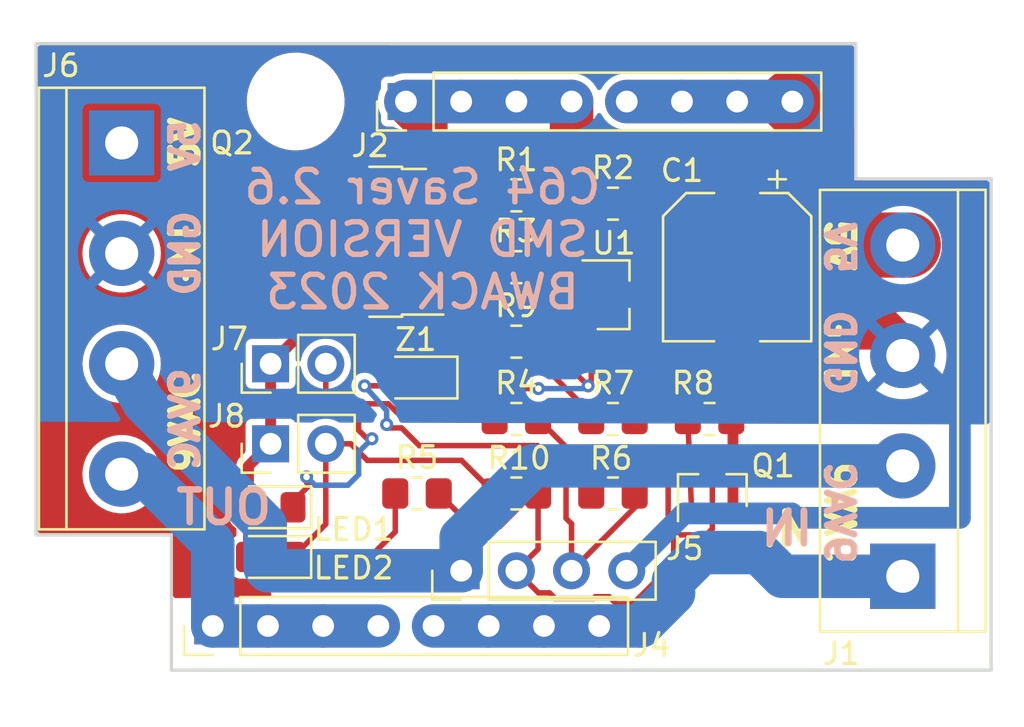
<source format=kicad_pcb>
(kicad_pcb (version 20221018) (generator pcbnew)
  (title_block (title "C64 Saver 2 SMD") (date "2023-03-26") (rev "2.6"))
  (layers (0 "F.Cu" signal) (31 "B.Cu" signal) (34 "B.Paste" user) (35 "F.Paste" user) (36 "B.SilkS" user "B.Silkscreen") (37 "F.SilkS" user "F.Silkscreen") (38 "B.Mask" user) (39 "F.Mask" user) (44 "Edge.Cuts" user))
  (net 0 "")
  (net 1 "/VCC1-")
  (net 2 "GND")
  (net 3 "PGATE")
  (net 4 "/VCC1+")
  (net 5 "OVERVOLTAGE")
  (net 6 "/5V_SAFE")
  (net 7 "/NGATE")
  (net 8 "/SENSE")
  (net 9 "/9VAC1")
  (net 10 "/9VAC2")
  (net 11 "/9VAC1'")
  (net 12 "Net-(J7-Pin_2)")
  (net 13 "Net-(J8-Pin_2)")
  (net 14 "Net-(U1-K)")
  (footprint "Connectors_Terminal_Blocks:TerminalBlock_bornier-4_P5.08mm" (layer "F.Cu") (at 144.399 88.265 -90)
    (fp_text reference "J6" (at -3.556 2.794) (layer "F.SilkS"))
    (fp_text value "Conn_01x04")
    (fp_line (start -2.54 -3.81) (end -2.54 3.81) (stroke (width 0.12)) (layer "F.SilkS"))
    (fp_line (start -2.54 -3.81) (end 17.78 -3.81) (stroke (width 0.12)) (layer "F.SilkS"))
    (fp_line (start -2.54 3.81) (end 17.78 3.81) (stroke (width 0.12)) (layer "F.SilkS"))
    (fp_line (start 17.78 2.54) (end -2.54 2.54) (stroke (width 0.12)) (layer "F.SilkS"))
    (fp_line (start 17.78 3.81) (end 17.78 -3.81) (stroke (width 0.12)) (layer "F.SilkS"))
    (pad "1" thru_hole rect (at 0 0 270) (size 3 3) (drill 1.52) (layers "*.Cu" "*.Mask") (net 6 "/5V_SAFE"))
    (pad "2" thru_hole circle (at 5.08 0 270) (size 3 3) (drill 1.52) (layers "*.Cu" "*.Mask") (net 2 "GND"))
    (pad "3" thru_hole circle (at 10.16 0 270) (size 3 3) (drill 1.52) (layers "*.Cu" "*.Mask") (net 10 "/9VAC2"))
    (pad "4" thru_hole circle (at 15.24 0 270) (size 3 3) (drill 1.52) (layers "*.Cu" "*.Mask") (net 11 "/9VAC1'"))
  )
  (footprint "Connectors_Terminal_Blocks:TerminalBlock_bornier-4_P5.08mm" (layer "F.Cu") (at 180.34 108.204 90)
    (fp_text reference "J1" (at -3.556 -2.82194 180) (layer "F.SilkS"))
    (fp_text value "Conn_01x04")
    (fp_line (start -2.54 -3.81) (end -2.54 3.81) (stroke (width 0.12)) (layer "F.SilkS"))
    (fp_line (start -2.54 -3.81) (end 17.78 -3.81) (stroke (width 0.12)) (layer "F.SilkS"))
    (fp_line (start -2.54 3.81) (end 17.78 3.81) (stroke (width 0.12)) (layer "F.SilkS"))
    (fp_line (start 17.78 2.54) (end -2.54 2.54) (stroke (width 0.12)) (layer "F.SilkS"))
    (fp_line (start 17.78 3.81) (end 17.78 -3.81) (stroke (width 0.12)) (layer "F.SilkS"))
    (pad "1" thru_hole rect (at 0 0 90) (size 3 3) (drill 1.52) (layers "*.Cu" "*.Mask") (net 9 "/9VAC1"))
    (pad "2" thru_hole circle (at 5.08 0 90) (size 3 3) (drill 1.52) (layers "*.Cu" "*.Mask") (net 10 "/9VAC2"))
    (pad "3" thru_hole circle (at 10.16 0 90) (size 3 3) (drill 1.52) (layers "*.Cu" "*.Mask") (net 2 "GND"))
    (pad "4" thru_hole circle (at 15.24 0 90) (size 3 3) (drill 1.52) (layers "*.Cu" "*.Mask") (net 4 "/VCC1+"))
  )
  (footprint "Capacitor_SMD:CP_Elec_6.3x5.4" (layer "F.Cu") (at 172.72 93.98 -90)
    (fp_text reference "C1" (at -4.445 2.54 -180) (layer "F.SilkS"))
    (fp_text value "47uF")
    (fp_line (start -4.4375 -1.8475) (end -3.65 -1.8475) (stroke (width 0.12)) (layer "F.SilkS"))
    (fp_line (start -4.04375 -2.24125) (end -4.04375 -1.45375) (stroke (width 0.12)) (layer "F.SilkS"))
    (fp_line (start -3.41 -2.345563) (end -3.41 -1.06) (stroke (width 0.12)) (layer "F.SilkS"))
    (fp_line (start -3.41 -2.345563) (end -2.345563 -3.41) (stroke (width 0.12)) (layer "F.SilkS"))
    (fp_line (start -3.41 2.345563) (end -3.41 1.06) (stroke (width 0.12)) (layer "F.SilkS"))
    (fp_line (start -3.41 2.345563) (end -2.345563 3.41) (stroke (width 0.12)) (layer "F.SilkS"))
    (fp_line (start -2.345563 -3.41) (end 3.41 -3.41) (stroke (width 0.12)) (layer "F.SilkS"))
    (fp_line (start -2.345563 3.41) (end 3.41 3.41) (stroke (width 0.12)) (layer "F.SilkS"))
    (fp_line (start 3.41 -3.41) (end 3.41 -1.06) (stroke (width 0.12)) (layer "F.SilkS"))
    (fp_line (start 3.41 3.41) (end 3.41 1.06) (stroke (width 0.12)) (layer "F.SilkS"))
    (pad "1" smd roundrect (at -2.8 0 270) (size 3.5 1.6) (layers "F.Cu" "F.Paste" "F.Mask") (roundrect_rratio 0.15625) (net 1 "/VCC1-"))
    (pad "2" smd roundrect (at 2.8 0 270) (size 3.5 1.6) (layers "F.Cu" "F.Paste" "F.Mask") (roundrect_rratio 0.15625) (net 2 "GND"))
  )
  (footprint "TO_SOT_Packages_SMD:ATPAK-2" (layer "F.Cu") (at 154.0476 92.8116 180)
    (fp_text reference "Q2" (at 4.572 4.5466) (layer "F.SilkS"))
    (fp_text value "IRFR5305")
    (fp_line (start -3.25 -3.45) (end -3.25 -3.35) (stroke (width 0.12)) (layer "F.SilkS"))
    (fp_line (start -3.25 -3.35) (end -5.15 -3.35) (stroke (width 0.12)) (layer "F.SilkS"))
    (fp_line (start -3.25 3.35) (end -4.35 3.35) (stroke (width 0.12)) (layer "F.SilkS"))
    (fp_line (start -3.25 3.45) (end -3.25 3.35) (stroke (width 0.12)) (layer "F.SilkS"))
    (fp_line (start -1.75 -3.45) (end -3.25 -3.45) (stroke (width 0.12)) (layer "F.SilkS"))
    (fp_line (start -1.75 3.45) (end -3.25 3.45) (stroke (width 0.12)) (layer "F.SilkS"))
    (pad "1" smd rect (at -4.35 -2.3 180) (size 1.6 1.5) (layers "F.Cu" "F.Paste" "F.Mask") (net 3 "PGATE"))
    (pad "2" smd rect (at 0.05 -1.7 180) (size 3.2 3.1) (layers "F.Cu" "F.Paste") (net 6 "/5V_SAFE"))
    (pad "2" smd rect (at 0.05 1.7 180) (size 3.2 3.1) (layers "F.Cu" "F.Paste") (net 6 "/5V_SAFE"))
    (pad "2" smd rect (at 1.8 0 180) (size 6.7 6.5) (layers "F.Cu" "F.Mask") (net 6 "/5V_SAFE"))
    (pad "2" smd rect (at 3.55 -1.7 180) (size 3.2 3.1) (layers "F.Cu" "F.Paste") (net 6 "/5V_SAFE"))
    (pad "2" smd rect (at 3.55 1.7 180) (size 3.2 3.1) (layers "F.Cu" "F.Paste") (net 6 "/5V_SAFE"))
    (pad "3" smd rect (at -4.35 2.3 180) (size 1.6 1.5) (layers "F.Cu" "F.Paste" "F.Mask") (net 1 "/VCC1-"))
  )
  (footprint "Pin_Headers:Pin_Header_Straight_1x08_Pitch2.54mm" (layer "F.Cu") (at 157.48 86.36 90)
    (fp_text reference "J2" (at -2.032 -1.651 180) (layer "F.SilkS"))
    (fp_text value "Conn_01x08")
    (fp_line (start -1.33 -1.33) (end 0 -1.33) (stroke (width 0.12)) (layer "F.SilkS"))
    (fp_line (start -1.33 0) (end -1.33 -1.33) (stroke (width 0.12)) (layer "F.SilkS"))
    (fp_line (start -1.33 1.27) (end -1.33 19.11) (stroke (width 0.12)) (layer "F.SilkS"))
    (fp_line (start -1.33 1.27) (end 1.33 1.27) (stroke (width 0.12)) (layer "F.SilkS"))
    (fp_line (start -1.33 19.11) (end 1.33 19.11) (stroke (width 0.12)) (layer "F.SilkS"))
    (fp_line (start 1.33 1.27) (end 1.33 19.11) (stroke (width 0.12)) (layer "F.SilkS"))
    (pad "1" thru_hole rect (at 0 0 90) (size 1.7 1.7) (drill 1) (layers "*.Cu" "*.Mask") (net 1 "/VCC1-"))
    (pad "2" thru_hole oval (at 0 2.54 90) (size 1.7 1.7) (drill 1) (layers "*.Cu" "*.Mask") (net 1 "/VCC1-"))
    (pad "3" thru_hole oval (at 0 5.08 90) (size 1.7 1.7) (drill 1) (layers "*.Cu" "*.Mask") (net 1 "/VCC1-"))
    (pad "4" thru_hole oval (at 0 7.62 90) (size 1.7 1.7) (drill 1) (layers "*.Cu" "*.Mask") (net 1 "/VCC1-"))
    (pad "5" thru_hole oval (at 0 10.16 90) (size 1.7 1.7) (drill 1) (layers "*.Cu" "*.Mask") (net 4 "/VCC1+"))
    (pad "6" thru_hole oval (at 0 12.7 90) (size 1.7 1.7) (drill 1) (layers "*.Cu" "*.Mask") (net 4 "/VCC1+"))
    (pad "7" thru_hole oval (at 0 15.24 90) (size 1.7 1.7) (drill 1) (layers "*.Cu" "*.Mask") (net 4 "/VCC1+"))
    (pad "8" thru_hole oval (at 0 17.78 90) (size 1.7 1.7) (drill 1) (layers "*.Cu" "*.Mask") (net 4 "/VCC1+"))
  )
  (footprint "Pin_Headers:Pin_Header_Straight_1x08_Pitch2.54mm" (layer "F.Cu") (at 148.59 110.49 90)
    (fp_text reference "J4" (at -0.889 20.193 180) (layer "F.SilkS"))
    (fp_text value "Conn_01x08")
    (fp_line (start -1.33 -1.33) (end 0 -1.33) (stroke (width 0.12)) (layer "F.SilkS"))
    (fp_line (start -1.33 0) (end -1.33 -1.33) (stroke (width 0.12)) (layer "F.SilkS"))
    (fp_line (start -1.33 1.27) (end -1.33 19.11) (stroke (width 0.12)) (layer "F.SilkS"))
    (fp_line (start -1.33 1.27) (end 1.33 1.27) (stroke (width 0.12)) (layer "F.SilkS"))
    (fp_line (start -1.33 19.11) (end 1.33 19.11) (stroke (width 0.12)) (layer "F.SilkS"))
    (fp_line (start 1.33 1.27) (end 1.33 19.11) (stroke (width 0.12)) (layer "F.SilkS"))
    (pad "1" thru_hole rect (at 0 0 90) (size 1.7 1.7) (drill 1) (layers "*.Cu" "*.Mask") (net 11 "/9VAC1'"))
    (pad "2" thru_hole oval (at 0 2.54 90) (size 1.7 1.7) (drill 1) (layers "*.Cu" "*.Mask") (net 11 "/9VAC1'"))
    (pad "3" thru_hole oval (at 0 5.08 90) (size 1.7 1.7) (drill 1) (layers "*.Cu" "*.Mask") (net 11 "/9VAC1'"))
    (pad "4" thru_hole oval (at 0 7.62 90) (size 1.7 1.7) (drill 1) (layers "*.Cu" "*.Mask") (net 11 "/9VAC1'"))
    (pad "5" thru_hole oval (at 0 10.16 90) (size 1.7 1.7) (drill 1) (layers "*.Cu" "*.Mask") (net 9 "/9VAC1"))
    (pad "6" thru_hole oval (at 0 12.7 90) (size 1.7 1.7) (drill 1) (layers "*.Cu" "*.Mask") (net 9 "/9VAC1"))
    (pad "7" thru_hole oval (at 0 15.24 90) (size 1.7 1.7) (drill 1) (layers "*.Cu" "*.Mask") (net 9 "/9VAC1"))
    (pad "8" thru_hole oval (at 0 17.78 90) (size 1.7 1.7) (drill 1) (layers "*.Cu" "*.Mask") (net 9 "/9VAC1"))
  )
  (footprint "Pin_Headers:Pin_Header_Straight_1x04_Pitch2.54mm" (layer "F.Cu") (at 160.02 107.95 90)
    (fp_text reference "J5" (at 1.016 10.287 180) (layer "F.SilkS"))
    (fp_text value "Conn_01x04")
    (fp_line (start -1.33 -1.33) (end 0 -1.33) (stroke (width 0.12)) (layer "F.SilkS"))
    (fp_line (start -1.33 0) (end -1.33 -1.33) (stroke (width 0.12)) (layer "F.SilkS"))
    (fp_line (start -1.33 1.27) (end -1.33 8.95) (stroke (width 0.12)) (layer "F.SilkS"))
    (fp_line (start -1.33 1.27) (end 1.33 1.27) (stroke (width 0.12)) (layer "F.SilkS"))
    (fp_line (start -1.33 8.95) (end 1.33 8.95) (stroke (width 0.12)) (layer "F.SilkS"))
    (fp_line (start 1.33 1.27) (end 1.33 8.95) (stroke (width 0.12)) (layer "F.SilkS"))
    (pad "1" thru_hole rect (at 0 0 90) (size 1.7 1.7) (drill 1) (layers "*.Cu" "*.Mask") (net 10 "/9VAC2"))
    (pad "2" thru_hole oval (at 0 2.54 90) (size 1.7 1.7) (drill 1) (layers "*.Cu" "*.Mask") (net 5 "OVERVOLTAGE"))
    (pad "3" thru_hole oval (at 0 5.08 90) (size 1.7 1.7) (drill 1) (layers "*.Cu" "*.Mask") (net 3 "PGATE"))
    (pad "4" thru_hole oval (at 0 7.62 90) (size 1.7 1.7) (drill 1) (layers "*.Cu" "*.Mask") (net 2 "GND"))
  )
  (footprint "Mounting_Holes:MountingHole_2.5mm" (layer "F.Cu") (at 152.40508 86.35746)
    (fp_text reference "MK1" hide)
    (fp_text value "Mounting_Hole")
    (pad "" np_thru_hole circle (at 0 0) (size 2.5 2.5) (drill 2.5) (layers "*.Cu" "*.Mask") (clearance 1))
  )
  (footprint "Mounting_Holes:MountingHole_2.5mm" (layer "F.Cu") (at 172.39996 109.86262)
    (fp_text reference "MK2" hide)
    (fp_text value "Mounting_Hole")
    (pad "" np_thru_hole circle (at 0 0) (size 2.5 2.5) (drill 2.5) (layers "*.Cu" "*.Mask") (clearance 0.5))
  )
  (footprint "Resistor_SMD:R_0805_2012Metric_Pad1.20x1.40mm_HandSolder" (layer "F.Cu") (at 162.56 90.678)
    (fp_text reference "R1" (at 0 -1.635) (layer "F.SilkS"))
    (fp_text value "3k9")
    (fp_line (start -0.227064 -0.735) (end 0.227064 -0.735) (stroke (width 0.12)) (layer "F.SilkS"))
    (fp_line (start -0.227064 0.735) (end 0.227064 0.735) (stroke (width 0.12)) (layer "F.SilkS"))
    (pad "1" smd roundrect (at -1 0) (size 1.2 1.4) (layers "F.Cu" "F.Paste" "F.Mask") (roundrect_rratio 0.2083333333) (net 1 "/VCC1-"))
    (pad "2" smd roundrect (at 1 0) (size 1.2 1.4) (layers "F.Cu" "F.Paste" "F.Mask") (roundrect_rratio 0.2083333333) (net 8 "/SENSE"))
  )
  (footprint "Resistor_SMD:R_0805_2012Metric_Pad1.20x1.40mm_HandSolder" (layer "F.Cu") (at 162.56 100.965)
    (fp_text reference "R4" (at 0 -1.65) (layer "F.SilkS"))
    (fp_text value "330k")
    (fp_line (start -0.227064 -0.735) (end 0.227064 -0.735) (stroke (width 0.12)) (layer "F.SilkS"))
    (fp_line (start -0.227064 0.735) (end 0.227064 0.735) (stroke (width 0.12)) (layer "F.SilkS"))
    (pad "1" smd roundrect (at -1 0) (size 1.2 1.4) (layers "F.Cu" "F.Paste" "F.Mask") (roundrect_rratio 0.2083333333) (net 8 "/SENSE"))
    (pad "2" smd roundrect (at 1 0) (size 1.2 1.4) (layers "F.Cu" "F.Paste" "F.Mask") (roundrect_rratio 0.2083333333) (net 5 "OVERVOLTAGE"))
  )
  (footprint "Resistor_SMD:R_0805_2012Metric_Pad1.20x1.40mm_HandSolder" (layer "F.Cu") (at 157.988 104.394)
    (fp_text reference "R5" (at 0 -1.65) (layer "F.SilkS"))
    (fp_text value "3k3")
    (fp_line (start -0.227064 -0.735) (end 0.227064 -0.735) (stroke (width 0.12)) (layer "F.SilkS"))
    (fp_line (start -0.227064 0.735) (end 0.227064 0.735) (stroke (width 0.12)) (layer "F.SilkS"))
    (pad "1" smd roundrect (at -1 0) (size 1.2 1.4) (layers "F.Cu" "F.Paste" "F.Mask") (roundrect_rratio 0.2083333333) (net 1 "/VCC1-"))
    (pad "2" smd roundrect (at 1 0) (size 1.2 1.4) (layers "F.Cu" "F.Paste" "F.Mask") (roundrect_rratio 0.2083333333) (net 5 "OVERVOLTAGE"))
  )
  (footprint "Resistor_SMD:R_0805_2012Metric_Pad1.20x1.40mm_HandSolder" (layer "F.Cu") (at 167.005 104.394 180)
    (fp_text reference "R6" (at 0.084249 1.612044) (layer "F.SilkS"))
    (fp_text value "3k9")
    (fp_line (start -0.227064 -0.735) (end 0.227064 -0.735) (stroke (width 0.12)) (layer "F.SilkS"))
    (fp_line (start -0.227064 0.735) (end 0.227064 0.735) (stroke (width 0.12)) (layer "F.SilkS"))
    (pad "1" smd roundrect (at -1 0 180) (size 1.2 1.4) (layers "F.Cu" "F.Paste" "F.Mask") (roundrect_rratio 0.2083333333) (net 3 "PGATE"))
    (pad "2" smd roundrect (at 1 0 180) (size 1.2 1.4) (layers "F.Cu" "F.Paste" "F.Mask") (roundrect_rratio 0.2083333333) (net 5 "OVERVOLTAGE"))
  )
  (footprint "Resistor_SMD:R_0805_2012Metric_Pad1.20x1.40mm_HandSolder" (layer "F.Cu") (at 171.45 100.965)
    (fp_text reference "R8" (at -0.762 -1.65) (layer "F.SilkS"))
    (fp_text value "10k")
    (fp_line (start -0.227064 -0.735) (end 0.227064 -0.735) (stroke (width 0.12)) (layer "F.SilkS"))
    (fp_line (start -0.227064 0.735) (end 0.227064 0.735) (stroke (width 0.12)) (layer "F.SilkS"))
    (pad "1" smd roundrect (at -1 0) (size 1.2 1.4) (layers "F.Cu" "F.Paste" "F.Mask") (roundrect_rratio 0.2083333333) (net 7 "/NGATE"))
    (pad "2" smd roundrect (at 1 0) (size 1.2 1.4) (layers "F.Cu" "F.Paste" "F.Mask") (roundrect_rratio 0.2083333333) (net 2 "GND"))
  )
  (footprint "Resistor_SMD:R_0805_2012Metric_Pad1.20x1.40mm_HandSolder" (layer "F.Cu") (at 162.56 97.409)
    (fp_text reference "R9" (at 0 -1.65) (layer "F.SilkS"))
    (fp_text value "1k")
    (fp_line (start -0.227064 -0.735) (end 0.227064 -0.735) (stroke (width 0.12)) (layer "F.SilkS"))
    (fp_line (start -0.227064 0.735) (end 0.227064 0.735) (stroke (width 0.12)) (layer "F.SilkS"))
    (pad "1" smd roundrect (at -1 0) (size 1.2 1.4) (layers "F.Cu" "F.Paste" "F.Mask") (roundrect_rratio 0.2083333333) (net 12 "Net-(J7-Pin_2)"))
    (pad "2" smd roundrect (at 1 0) (size 1.2 1.4) (layers "F.Cu" "F.Paste" "F.Mask") (roundrect_rratio 0.2083333333) (net 14 "Net-(U1-K)"))
  )
  (footprint "Resistor_SMD:R_0805_2012Metric_Pad1.20x1.40mm_HandSolder" (layer "F.Cu") (at 162.56 104.394 180)
    (fp_text reference "R10" (at -0.123528 1.621558) (layer "F.SilkS"))
    (fp_text value "1k")
    (fp_line (start -0.227064 -0.735) (end 0.227064 -0.735) (stroke (width 0.12)) (layer "F.SilkS"))
    (fp_line (start -0.227064 0.735) (end 0.227064 0.735) (stroke (width 0.12)) (layer "F.SilkS"))
    (pad "1" smd roundrect (at -1 0 180) (size 1.2 1.4) (layers "F.Cu" "F.Paste" "F.Mask") (roundrect_rratio 0.2083333333) (net 5 "OVERVOLTAGE"))
    (pad "2" smd roundrect (at 1 0 180) (size 1.2 1.4) (layers "F.Cu" "F.Paste" "F.Mask") (roundrect_rratio 0.2083333333) (net 13 "Net-(J8-Pin_2)"))
  )
  (footprint "Package_TO_SOT_SMD:SOT-23" (layer "F.Cu") (at 171.577 104.267 90)
    (fp_text reference "Q1" (at 1.143 2.794 180) (layer "F.SilkS"))
    (fp_text value "BC847")
    (fp_line (start 0.76 -1.58) (end -1.4 -1.58) (stroke (width 0.12)) (layer "F.SilkS"))
    (fp_line (start 0.76 -1.58) (end 0.76 -0.65) (stroke (width 0.12)) (layer "F.SilkS"))
    (fp_line (start 0.76 1.58) (end -0.7 1.58) (stroke (width 0.12)) (layer "F.SilkS"))
    (fp_line (start 0.76 1.58) (end 0.76 0.65) (stroke (width 0.12)) (layer "F.SilkS"))
    (pad "1" smd rect (at -1 -0.95 90) (size 0.9 0.8) (layers "F.Cu" "F.Paste" "F.Mask") (net 7 "/NGATE"))
    (pad "2" smd rect (at -1 0.95 90) (size 0.9 0.8) (layers "F.Cu" "F.Paste" "F.Mask") (net 2 "GND"))
    (pad "3" smd rect (at 1 0 90) (size 0.9 0.8) (layers "F.Cu" "F.Paste" "F.Mask") (net 5 "OVERVOLTAGE"))
  )
  (footprint "LED_SMD:LED_0805_2012Metric_Pad1.15x1.40mm_HandSolder" (layer "F.Cu") (at 151.257 105.029 180)
    (fp_text reference "LED1" (at -3.81 -1.016 180) (layer "F.SilkS"))
    (fp_text value "LED_RED_3mm")
    (fp_line (start -1.86 -0.96) (end -1.86 0.96) (stroke (width 0.12)) (layer "F.SilkS"))
    (fp_line (start -1.86 0.96) (end 1 0.96) (stroke (width 0.12)) (layer "F.SilkS"))
    (fp_line (start 1 -0.96) (end -1.86 -0.96) (stroke (width 0.12)) (layer "F.SilkS"))
    (pad "1" smd roundrect (at -1.025 0 180) (size 1.15 1.4) (layers "F.Cu" "F.Paste" "F.Mask") (roundrect_rratio 0.2173913043) (net 12 "Net-(J7-Pin_2)"))
    (pad "2" smd roundrect (at 1.025 0 180) (size 1.15 1.4) (layers "F.Cu" "F.Paste" "F.Mask") (roundrect_rratio 0.2173913043) (net 1 "/VCC1-"))
  )
  (footprint "Resistor_SMD:R_0805_2012Metric_Pad1.20x1.40mm_HandSolder" (layer "F.Cu") (at 162.56 93.98)
    (fp_text reference "R3" (at -0.008042 -1.661923) (layer "F.SilkS"))
    (fp_text value "3k3")
    (fp_line (start -0.227064 -0.735) (end 0.227064 -0.735) (stroke (width 0.12)) (layer "F.SilkS"))
    (fp_line (start -0.227064 0.735) (end 0.227064 0.735) (stroke (width 0.12)) (layer "F.SilkS"))
    (pad "1" smd roundrect (at -1 0) (size 1.2 1.4) (layers "F.Cu" "F.Paste" "F.Mask") (roundrect_rratio 0.2083333333) (net 1 "/VCC1-"))
    (pad "2" smd roundrect (at 1 0) (size 1.2 1.4) (layers "F.Cu" "F.Paste" "F.Mask") (roundrect_rratio 0.2083333333) (net 14 "Net-(U1-K)"))
  )
  (footprint "Resistor_SMD:R_0805_2012Metric_Pad1.20x1.40mm_HandSolder" (layer "F.Cu") (at 167.005 100.965)
    (fp_text reference "R7" (at 0 -1.65) (layer "F.SilkS"))
    (fp_text value "33k")
    (fp_line (start -0.227064 -0.735) (end 0.227064 -0.735) (stroke (width 0.12)) (layer "F.SilkS"))
    (fp_line (start -0.227064 0.735) (end 0.227064 0.735) (stroke (width 0.12)) (layer "F.SilkS"))
    (pad "1" smd roundrect (at -1 0) (size 1.2 1.4) (layers "F.Cu" "F.Paste" "F.Mask") (roundrect_rratio 0.2083333333) (net 14 "Net-(U1-K)"))
    (pad "2" smd roundrect (at 1 0) (size 1.2 1.4) (layers "F.Cu" "F.Paste" "F.Mask") (roundrect_rratio 0.2083333333) (net 7 "/NGATE"))
  )
  (footprint "Package_TO_SOT_SMD:SOT-23" (layer "F.Cu") (at 167.005 95.25)
    (fp_text reference "U1" (at 0.039025 -2.372236) (layer "F.SilkS"))
    (fp_text value "TL431DBZ")
    (fp_line (start 0.76 -1.58) (end -1.4 -1.58) (stroke (width 0.12)) (layer "F.SilkS"))
    (fp_line (start 0.76 -1.58) (end 0.76 -0.65) (stroke (width 0.12)) (layer "F.SilkS"))
    (fp_line (start 0.76 1.58) (end -0.7 1.58) (stroke (width 0.12)) (layer "F.SilkS"))
    (fp_line (start 0.76 1.58) (end 0.76 0.65) (stroke (width 0.12)) (layer "F.SilkS"))
    (pad "1" smd rect (at -1 -0.95) (size 0.9 0.8) (layers "F.Cu" "F.Paste" "F.Mask") (net 14 "Net-(U1-K)"))
    (pad "2" smd rect (at -1 0.95) (size 0.9 0.8) (layers "F.Cu" "F.Paste" "F.Mask") (net 8 "/SENSE"))
    (pad "3" smd rect (at 1 0) (size 0.9 0.8) (layers "F.Cu" "F.Paste" "F.Mask") (net 2 "GND"))
  )
  (footprint "Resistor_SMD:R_0805_2012Metric_Pad1.20x1.40mm_HandSolder" (layer "F.Cu") (at 167.005 91.059)
    (fp_text reference "R2" (at 0 -1.65) (layer "F.SilkS"))
    (fp_text value "3k3")
    (fp_line (start -0.227064 -0.735) (end 0.227064 -0.735) (stroke (width 0.12)) (layer "F.SilkS"))
    (fp_line (start -0.227064 0.735) (end 0.227064 0.735) (stroke (width 0.12)) (layer "F.SilkS"))
    (pad "1" smd roundrect (at -1 0) (size 1.2 1.4) (layers "F.Cu" "F.Paste" "F.Mask") (roundrect_rratio 0.2083333333) (net 8 "/SENSE"))
    (pad "2" smd roundrect (at 1 0) (size 1.2 1.4) (layers "F.Cu" "F.Paste" "F.Mask") (roundrect_rratio 0.2083333333) (net 2 "GND"))
  )
  (footprint "LED_SMD:LED_0805_2012Metric_Pad1.15x1.40mm_HandSolder" (layer "F.Cu") (at 151.257 107.315 180)
    (fp_text reference "LED2" (at -3.81 -0.508) (layer "F.SilkS"))
    (fp_text value "LED_GREEN_3mm")
    (fp_line (start -1.86 -0.96) (end -1.86 0.96) (stroke (width 0.12)) (layer "F.SilkS"))
    (fp_line (start -1.86 0.96) (end 1 0.96) (stroke (width 0.12)) (layer "F.SilkS"))
    (fp_line (start 1 -0.96) (end -1.86 -0.96) (stroke (width 0.12)) (layer "F.SilkS"))
    (pad "1" smd roundrect (at -1.025 0 180) (size 1.15 1.4) (layers "F.Cu" "F.Paste" "F.Mask") (roundrect_rratio 0.2173913043) (net 13 "Net-(J8-Pin_2)"))
    (pad "2" smd roundrect (at 1.025 0 180) (size 1.15 1.4) (layers "F.Cu" "F.Paste" "F.Mask") (roundrect_rratio 0.2173913043) (net 1 "/VCC1-"))
  )
  (footprint "Connector_PinHeader_2.54mm:PinHeader_1x02_P2.54mm_Vertical" (layer "F.Cu") (at 151.252 98.425 90)
    (fp_text reference "J7" (at 1.143 -1.9 180) (layer "F.SilkS"))
    (fp_text value "Conn_01x02_Socket")
    (fp_line (start -1.33 -1.33) (end 0 -1.33) (stroke (width 0.12)) (layer "F.SilkS"))
    (fp_line (start -1.33 0) (end -1.33 -1.33) (stroke (width 0.12)) (layer "F.SilkS"))
    (fp_line (start -1.33 1.27) (end -1.33 3.87) (stroke (width 0.12)) (layer "F.SilkS"))
    (fp_line (start -1.33 1.27) (end 1.33 1.27) (stroke (width 0.12)) (layer "F.SilkS"))
    (fp_line (start -1.33 3.87) (end 1.33 3.87) (stroke (width 0.12)) (layer "F.SilkS"))
    (fp_line (start 1.33 1.27) (end 1.33 3.87) (stroke (width 0.12)) (layer "F.SilkS"))
    (pad "1" thru_hole rect (at 0 0 90) (size 1.7 1.7) (drill 1) (layers "*.Cu" "*.Mask") (net 1 "/VCC1-"))
    (pad "2" thru_hole oval (at 0 2.54 90) (size 1.7 1.7) (drill 1) (layers "*.Cu" "*.Mask") (net 12 "Net-(J7-Pin_2)"))
  )
  (footprint "Connector_PinHeader_2.54mm:PinHeader_1x02_P2.54mm_Vertical" (layer "F.Cu") (at 151.252 102.108 90)
    (fp_text reference "J8" (at 1.27 -2.027 180) (layer "F.SilkS"))
    (fp_text value "Conn_01x02_Socket")
    (fp_line (start -1.33 -1.33) (end 0 -1.33) (stroke (width 0.12)) (layer "F.SilkS"))
    (fp_line (start -1.33 0) (end -1.33 -1.33) (stroke (width 0.12)) (layer "F.SilkS"))
    (fp_line (start -1.33 1.27) (end -1.33 3.87) (stroke (width 0.12)) (layer "F.SilkS"))
    (fp_line (start -1.33 1.27) (end 1.33 1.27) (stroke (width 0.12)) (layer "F.SilkS"))
    (fp_line (start -1.33 3.87) (end 1.33 3.87) (stroke (width 0.12)) (layer "F.SilkS"))
    (fp_line (start 1.33 1.27) (end 1.33 3.87) (stroke (width 0.12)) (layer "F.SilkS"))
    (pad "1" thru_hole rect (at 0 0 90) (size 1.7 1.7) (drill 1) (layers "*.Cu" "*.Mask") (net 1 "/VCC1-"))
    (pad "2" thru_hole oval (at 0 2.54 90) (size 1.7 1.7) (drill 1) (layers "*.Cu" "*.Mask") (net 13 "Net-(J8-Pin_2)"))
  )
  (footprint "Diode_SMD:D_0805_2012Metric_Pad1.15x1.40mm_HandSolder" (layer "F.Cu") (at 157.988 99.06 180)
    (fp_text reference "Z1" (at 0.051629 1.746948) (layer "F.SilkS"))
    (fp_text value "BZY55B6V8")
    (fp_line (start -1.86 -0.96) (end -1.86 0.96) (stroke (width 0.12)) (layer "F.SilkS"))
    (fp_line (start -1.86 0.96) (end 1 0.96) (stroke (width 0.12)) (layer "F.SilkS"))
    (fp_line (start 1 -0.96) (end -1.86 -0.96) (stroke (width 0.12)) (layer "F.SilkS"))
    (pad "1" smd roundrect (at -1.025 0 180) (size 1.15 1.4) (layers "F.Cu" "F.Paste" "F.Mask") (roundrect_rratio 0.2173913043) (net 1 "/VCC1-"))
    (pad "2" smd roundrect (at 1.025 0 180) (size 1.15 1.4) (layers "F.Cu" "F.Paste" "F.Mask") (roundrect_rratio 0.2173913043) (net 3 "PGATE"))
  )
  (gr_line (start 146.685 106.299) (end 140.462 106.299) (stroke (width 0.15)) (layer "Edge.Cuts"))
  (gr_line (start 184.404 89.916) (end 184.404 112.522) (stroke (width 0.15)) (layer "Edge.Cuts"))
  (gr_line (start 140.462 106.299) (end 140.462 83.693) (stroke (width 0.15)) (layer "Edge.Cuts"))
  (gr_line (start 178.181 83.693) (end 178.181 89.916) (stroke (width 0.15)) (layer "Edge.Cuts"))
  (gr_line (start 140.462 83.693) (end 178.181 83.693) (stroke (width 0.15)) (layer "Edge.Cuts"))
  (gr_line (start 184.404 112.522) (end 146.685 112.522) (stroke (width 0.15)) (layer "Edge.Cuts"))
  (gr_line (start 178.181 89.916) (end 184.404 89.916) (stroke (width 0.15)) (layer "Edge.Cuts"))
  (gr_line (start 146.685 112.522) (end 146.685 106.299) (stroke (width 0.15)) (layer "Edge.Cuts"))
  (gr_text "9VAC" (at 177.419 105.283 270) (layer "B.SilkS") (effects (font (size 1.25 1.25) (thickness 0.3)) (justify mirror)))
  (gr_text "GND" (at 177.419 97.917 270) (layer "B.SilkS") (effects (font (size 1.25 1.25) (thickness 0.3)) (justify mirror)))
  (gr_text "5V" (at 177.419 93.091 270) (layer "B.SilkS") (effects (font (size 1.25 1.25) (thickness 0.3)) (justify mirror)))
  (gr_text "5V" (at 147.32 88.392 90) (layer "B.SilkS") (effects (font (size 1.25 1.25) (thickness 0.3)) (justify mirror)))
  (gr_text "GND" (at 147.32 93.345 90) (layer "B.SilkS") (effects (font (size 1.25 1.25) (thickness 0.3)) (justify mirror)))
  (gr_text "9VAC" (at 147.32 100.965 90) (layer "B.SilkS") (effects (font (size 1.25 1.25) (thickness 0.3)) (justify mirror)))
  (gr_text "IN" (at 175.006 106) (layer "B.SilkS") (effects (font (size 1.5 1.5) (thickness 0.3)) (justify mirror)))
  (gr_text "OUT" (at 149.098 105.029) (layer "B.SilkS") (effects (font (size 1.5 1.5) (thickness 0.3)) (justify mirror)))
  (gr_text "C64 Saver 2.6\nSMD VERSION\nBWACK 2023" (at 158.242 92.71) (layer "B.SilkS") (effects (font (size 1.5 1.5) (thickness 0.25)) (justify mirror)))
  (gr_text "5V" (at 147.32 88.265 90) (layer "F.SilkS") (effects (font (size 1.25 1.25) (thickness 0.3))))
  (gr_text "GND" (at 147.32 93.345 90) (layer "F.SilkS") (effects (font (size 1.25 1.25) (thickness 0.3))))
  (gr_text "9VAC" (at 147.32 101.092 90) (layer "F.SilkS") (effects (font (size 1.25 1.25) (thickness 0.3))))
  (gr_text "GND" (at 177.419 97.917 270) (layer "F.SilkS") (effects (font (size 1.25 1.25) (thickness 0.3))))
  (gr_text "9VAC" (at 177.419 105.283 270) (layer "F.SilkS") (effects (font (size 1.25 1.25) (thickness 0.3))))
  (gr_text "5V" (at 177.419 92.964 270) (layer "F.SilkS") (effects (font (size 1.25 1.25) (thickness 0.3))))
  (gr_text "IN" (at 175.006 106.045) (layer "F.SilkS") (effects (font (size 1.5 1.5) (thickness 0.3))))
  (segment (start 165.1 86.36) (end 165.1 87.562081) (width 2) (layer "F.Cu") (net 1))
  (segment (start 151.252 98.425) (end 152.652 97.025) (width 0.5) (layer "F.Cu") (net 1))
  (segment (start 160.544 94.996) (end 159.893 94.996) (width 0.5) (layer "F.Cu") (net 1))
  (segment (start 160.02 86.36) (end 157.48 86.36) (width 2) (layer "F.Cu") (net 1))
  (segment (start 150.232 105.029) (end 150.232 103.128) (width 0.5) (layer "F.Cu") (net 1))
  (segment (start 150.232 107.315) (end 150.232 105.029) (width 0.5) (layer "F.Cu") (net 1))
  (segment (start 151.252 102.108) (end 151.252 98.425) (width 0.5) (layer "F.Cu") (net 1))
  (segment (start 158.564 90.678) (end 158.3976 90.5116) (width 0.5) (layer "F.Cu") (net 1))
  (segment (start 159.893 98.18) (end 159.013 99.06) (width 0.5) (layer "F.Cu") (net 1))
  (segment (start 159.893 94.996) (end 159.893 98.18) (width 0.5) (layer "F.Cu") (net 1))
  (segment (start 161.56 93.98) (end 160.544 94.996) (width 0.5) (layer "F.Cu") (net 1))
  (segment (start 150.232 103.128) (end 151.252 102.108) (width 0.5) (layer "F.Cu") (net 1))
  (segment (start 161.56 90.678) (end 158.564 90.678) (width 0.5) (layer "F.Cu") (net 1))
  (segment (start 157.0476 91.8616) (end 157.0476 96.901) (width 0.5) (layer "F.Cu") (net 1))
  (segment (start 154.432 108.712) (end 156.988 106.156) (width 0.254) (layer "F.Cu") (net 1))
  (segment (start 161.56 90.678) (end 161.56 93.98) (width 0.5) (layer "F.Cu") (net 1))
  (segment (start 156.988 106.156) (end 156.988 104.394) (width 0.254) (layer "F.Cu") (net 1))
  (segment (start 152.652 97.025) (end 156.9236 97.025) (width 0.5) (layer "F.Cu") (net 1))
  (segment (start 165.1 86.36) (end 162.56 86.36) (width 2) (layer "F.Cu") (net 1))
  (segment (start 156.9236 97.025) (end 157.0476 96.901) (width 0.5) (layer "F.Cu") (net 1))
  (segment (start 150.232 107.315) (end 151.629 108.712) (width 0.254) (layer "F.Cu") (net 1))
  (segment (start 166.342919 88.805) (end 170.345 88.805) (width 2) (layer "F.Cu") (net 1))
  (segment (start 158.3976 90.5116) (end 158.3976 87.2776) (width 2) (layer "F.Cu") (net 1))
  (segment (start 158.3976 87.2776) (end 157.48 86.36) (width 2) (layer "F.Cu") (net 1))
  (segment (start 165.1 87.562081) (end 166.342919 88.805) (width 2) (layer "F.Cu") (net 1))
  (segment (start 170.345 88.805) (end 172.72 91.18) (width 2) (layer "F.Cu") (net 1))
  (segment (start 151.629 108.712) (end 154.432 108.712) (width 0.254) (layer "F.Cu") (net 1))
  (segment (start 158.3976 90.5116) (end 157.0476 91.8616) (width 0.5) (layer "F.Cu") (net 1))
  (segment (start 160.02 86.36) (end 162.56 86.36) (width 2) (layer "F.Cu") (net 1))
  (segment (start 157.48 86.36) (end 165.1 86.36) (width 2) (layer "B.Cu") (net 1))
  (segment (start 171.19 95.25) (end 168.005 95.25) (width 0.5) (layer "F.Cu") (net 2))
  (segment (start 168.005 95.25) (end 168.005 91.059) (width 0.5) (layer "F.Cu") (net 2))
  (segment (start 172.72 96.78) (end 171.19 95.25) (width 0.5) (layer "F.Cu") (net 2))
  (segment (start 172.45 100.965) (end 172.45 97.05) (width 0.5) (layer "F.Cu") (net 2))
  (segment (start 172.45 97.05) (end 172.72 96.78) (width 0.5) (layer "F.Cu") (net 2))
  (segment (start 172.726 96.774) (end 179.324 96.774) (width 2) (layer "F.Cu") (net 2))
  (segment (start 172.72 96.78) (end 172.726 96.774) (width 0.5) (layer "F.Cu") (net 2))
  (segment (start 172.527 101.042) (end 172.527 105.267) (width 0.5) (layer "F.Cu") (net 2))
  (segment (start 179.324 96.774) (end 180.594 98.044) (width 2) (layer "F.Cu") (net 2))
  (segment (start 175.431706 105.512608) (end 182.967892 105.512608) (width 1) (layer "B.Cu") (net 2))
  (segment (start 182.967892 100.417892) (end 180.594 98.044) (width 1) (layer "B.Cu") (net 2))
  (segment (start 182.967892 105.512608) (end 182.967892 100.417892) (width 1) (layer "B.Cu") (net 2))
  (segment (start 167.64 107.95) (end 170.277392 105.312608) (width 1) (layer "B.Cu") (net 2))
  (segment (start 175.231706 105.312608) (end 175.431706 105.512608) (width 1) (layer "B.Cu") (net 2))
  (segment (start 170.277392 105.312608) (end 175.231706 105.312608) (width 1) (layer "B.Cu") (net 2))
  (segment (start 168.005 105.045) (end 168.005 104.394) (width 0.254) (layer "F.Cu") (net 3))
  (segment (start 164.846 103.505) (end 163.532499 102.191499) (width 0.254) (layer "F.Cu") (net 3))
  (segment (start 158.092267 102.191499) (end 157.27923 101.378462) (width 0.254) (layer "F.Cu") (net 3))
  (segment (start 158.3976 95.1116) (end 158.3976 97.6254) (width 0.25) (layer "F.Cu") (net 3))
  (segment (start 158.3976 97.6254) (end 156.963 99.06) (width 0.25) (layer "F.Cu") (net 3))
  (segment (start 165.1 107.95) (end 165.1 105.791) (width 0.254) (layer "F.Cu") (net 3))
  (segment (start 155.575 99.441) (end 156.582 99.441) (width 0.254) (layer "F.Cu") (net 3))
  (segment (start 164.846 105.537) (end 164.846 103.505) (width 0.254) (layer "F.Cu") (net 3))
  (segment (start 156.591 101.283924) (end 156.591 101.219) (width 0.254) (layer "F.Cu") (net 3))
  (segment (start 165.1 105.791) (end 164.846 105.537) (width 0.254) (layer "F.Cu") (net 3))
  (segment (start 156.685538 101.378462) (end 156.591 101.283924) (width 0.254) (layer "F.Cu") (net 3))
  (segment (start 157.27923 101.378462) (end 156.685538 101.378462) (width 0.254) (layer "F.Cu") (net 3))
  (segment (start 156.582 99.441) (end 156.963 99.06) (width 0.254) (layer "F.Cu") (net 3))
  (segment (start 165.1 107.95) (end 168.005 105.045) (width 0.254) (layer "F.Cu") (net 3))
  (segment (start 163.532499 102.191499) (end 158.092267 102.191499) (width 0.254) (layer "F.Cu") (net 3))
  (via (at 155.575 99.441) (size 0.6) (drill 0.3) (layers "F.Cu" "B.Cu") (net 3))
  (via (at 156.591 101.219) (size 0.6) (drill 0.3) (layers "F.Cu" "B.Cu") (net 3))
  (segment (start 155.575 99.441) (end 156.591 100.584) (width 0.254) (layer "B.Cu") (net 3))
  (segment (start 156.591 100.584) (end 156.591 101.219) (width 0.254) (layer "B.Cu") (net 3))
  (segment (start 167.64 86.36) (end 175.26 86.36) (width 2) (layer "F.Cu") (net 4))
  (segment (start 180.594 92.964) (end 178.47268 92.964) (width 3) (layer "F.Cu") (net 4))
  (segment (start 178.47268 92.964) (end 176.606 91.09732) (width 3) (layer "F.Cu") (net 4))
  (segment (start 176.606 91.09732) (end 176.606 87.706) (width 3) (layer "F.Cu") (net 4))
  (segment (start 176.606 87.706) (end 175.26 86.36) (width 3) (layer "F.Cu") (net 4))
  (segment (start 170.18 86.36) (end 167.64 86.36) (width 2) (layer "B.Cu") (net 4))
  (segment (start 175.26 86.36) (end 172.72 86.36) (width 2) (layer "B.Cu") (net 4))
  (segment (start 172.72 86.36) (end 170.18 86.36) (width 2) (layer "B.Cu") (net 4))
  (segment (start 161.793423 105.918) (end 160.512 105.918) (width 0.254) (layer "F.Cu") (net 5))
  (segment (start 166.005 103.41) (end 165.084 102.489) (width 0.254) (layer "F.Cu") (net 5))
  (segment (start 165.084 102.489) (end 163.56 100.965) (width 0.254) (layer "F.Cu") (net 5))
  (segment (start 167.159951 109.474) (end 166.828476 109.142524) (width 0.254) (layer "F.Cu") (net 5))
  (segment (start 163.576 108.966) (end 164.084 108.966) (width 0.254) (layer "F.Cu") (net 5))
  (segment (start 166.109 109.227) (end 166.193476 109.142524) (width 0.254) (layer "F.Cu") (net 5))
  (segment (start 163.317423 104.394) (end 161.793423 105.918) (width 0.254) (layer "F.Cu") (net 5))
  (segment (start 164.084 108.966) (end 164.345 109.227) (width 0.254) (layer "F.Cu") (net 5))
  (segment (start 163.56 104.394) (end 163.317423 104.394) (width 0.254) (layer "F.Cu") (net 5))
  (segment (start 169.545 106.045) (end 169.672 106.172) (width 0.254) (layer "F.Cu") (net 5))
  (segment (start 162.56 107.95) (end 163.576 108.966) (width 0.254) (layer "F.Cu") (net 5))
  (segment (start 162.56 107.95) (end 163.56 106.95) (width 0.254) (layer "F.Cu") (net 5))
  (segment (start 163.56 106.95) (end 163.56 104.394) (width 0.254) (layer "F.Cu") (net 5))
  (segment (start 164.345 109.227) (end 166.109 109.227) (width 0.254) (layer "F.Cu") (net 5))
  (segment (start 167.921951 109.474) (end 167.159951 109.474) (width 0.254) (layer "F.Cu") (net 5))
  (segment (start 169.672 106.172) (end 169.672 106.299) (width 0.254) (layer "F.Cu") (net 5))
  (segment (start 171.577 106.021) (end 171.299 106.299) (width 0.254) (layer "F.Cu") (net 5))
  (segment (start 169.799 106.299) (end 169.799 106.426) (width 0.254) (layer "F.Cu") (net 5))
  (segment (start 168.529 102.489) (end 169.545 103.505) (width 0.254) (layer "F.Cu") (net 5))
  (segment (start 169.799 107.596951) (end 167.921951 109.474) (width 0.254) (layer "F.Cu") (net 5))
  (segment (start 166.193476 109.142524) (end 166.828476 109.142524) (width 0.254) (layer "F.Cu") (net 5))
  (segment (start 168.529 102.489) (end 165.084 102.489) (width 0.254) (layer "F.Cu") (net 5))
  (segment (start 171.299 106.299) (end 169.799 106.299) (width 0.254) (layer "F.Cu") (net 5))
  (segment (start 169.799 106.426) (end 169.799 107.596951) (width 0.254) (layer "F.Cu") (net 5))
  (segment (start 169.545 103.505) (end 169.545 106.045) (width 0.254) (layer "F.Cu") (net 5))
  (segment (start 166.005 104.394) (end 166.005 103.41) (width 0.254) (layer "F.Cu") (net 5))
  (segment (start 171.577 103.267) (end 171.577 106.021) (width 0.254) (layer "F.Cu") (net 5))
  (segment (start 160.512 105.918) (end 158.988 104.394) (width 0.254) (layer "F.Cu") (net 5))
  (segment (start 168.005 100.965) (end 170.45 100.965) (width 0.254) (layer "F.Cu") (net 7))
  (segment (start 170.627 105.267) (end 170.45 100.965) (width 0.254) (layer "F.Cu") (net 7))
  (segment (start 166.005 96.2) (end 166.005 99.298) (width 0.25) (layer "F.Cu") (net 8))
  (segment (start 166.005 92.44) (end 164.846 93.599) (width 0.254) (layer "F.Cu") (net 8))
  (segment (start 163.56 90.535) (end 166.005 90.535) (width 0.254) (layer "F.Cu") (net 8))
  (segment (start 164.846 98.425) (end 164.846 93.599) (width 0.25) (layer "F.Cu") (net 8))
  (segment (start 166.005 99.298) (end 165.862 99.441) (width 0.25) (layer "F.Cu") (net 8))
  (segment (start 166.005 90.535) (end 166.005 92.44) (width 0.254) (layer "F.Cu") (net 8))
  (segment (start 161.56 100.965) (end 162.957 99.568) (width 0.25) (layer "F.Cu") (net 8))
  (segment (start 162.957 99.568) (end 163.576 99.568) (width 0.25) (layer "F.Cu") (net 8))
  (segment (start 165.862 99.441) (end 164.846 98.425) (width 0.25) (layer "F.Cu") (net 8))
  (via (at 165.862 99.441) (size 0.6) (drill 0.3) (layers "F.Cu" "B.Cu") (net 8))
  (via (at 163.576 99.568) (size 0.6) (drill 0.3) (layers "F.Cu" "B.Cu") (net 8))
  (segment (start 163.576 99.568) (end 165.735 99.568) (width 0.25) (layer "B.Cu") (net 8))
  (segment (start 165.735 99.568) (end 165.862 99.441) (width 0.25) (layer "B.Cu") (net 8))
  (segment (start 169.790001 108.982001) (end 168.282002 110.49) (width 2) (layer "B.Cu") (net 9))
  (segment (start 174.811342 108.204) (end 173.719961 107.112619) (width 2) (layer "B.Cu") (net 9))
  (segment (start 169.790001 108.402577) (end 169.790001 108.982001) (width 2) (layer "B.Cu") (net 9))
  (segment (start 167.572081 110.49) (end 166.37 110.49) (width 2) (layer "B.Cu") (net 9))
  (segment (start 163.83 110.49) (end 161.29 110.49) (width 2) (layer "B.Cu") (net 9))
  (segment (start 180.594 108.204) (end 174.811342 108.204) (width 2) (layer "B.Cu") (net 9))
  (segment (start 171.079959 107.112619) (end 169.790001 108.402577) (width 2) (layer "B.Cu") (net 9))
  (segment (start 173.719961 107.112619) (end 171.079959 107.112619) (width 2) (layer "B.Cu") (net 9))
  (segment (start 168.282002 110.49) (end 167.572081 110.49) (width 2) (layer "B.Cu") (net 9))
  (segment (start 161.29 110.49) (end 158.75 110.49) (width 2) (layer "B.Cu") (net 9))
  (segment (start 166.37 110.49) (end 163.83 110.49) (width 2) (layer "B.Cu") (net 9))
  (segment (start 151.003 107.823) (end 151.13 107.95) (width 2) (layer "B.Cu") (net 10))
  (segment (start 160.02 106.426) (end 160.02 107.95) (width 2) (layer "B.Cu") (net 10))
  (segment (start 163.322 103.124) (end 160.02 106.426) (width 2) (layer "B.Cu") (net 10))
  (segment (start 144.399 98.425) (end 145.415 100.203) (width 2) (layer "B.Cu") (net 10))
  (segment (start 180.594 103.124) (end 163.322 103.124) (width 2) (layer "B.Cu") (net 10))
  (segment (start 151.13 107.95) (end 160.02 107.95) (width 2) (layer "B.Cu") (net 10))
  (segment (start 151.003 105.844734) (end 151.003 107.823) (width 2) (layer "B.Cu") (net 10))
  (segment (start 145.415 100.203) (end 151.003 105.844734) (width 2) (layer "B.Cu") (net 10))
  (segment (start 148.59 106.68372) (end 148.59 110.49) (width 2) (layer "B.Cu") (net 11))
  (segment (start 153.67 110.49) (end 151.13 110.49) (width 2) (layer "B.Cu") (net 11))
  (segment (start 151.13 110.49) (end 148.59 110.49) (width 2) (layer "B.Cu") (net 11))
  (segment (start 144.399 103.505) (end 145.41128 103.505) (width 2) (layer "B.Cu") (net 11))
  (segment (start 145.41128 103.505) (end 148.59 106.68372) (width 2) (layer "B.Cu") (net 11))
  (segment (start 156.21 110.49) (end 153.67 110.49) (width 2) (layer "B.Cu") (net 11))
  (segment (start 161.086501 97.882499) (end 161.086501 98.791497) (width 0.254) (layer "F.Cu") (net 12))
  (segment (start 152.282 104.766) (end 153.035 104.013) (width 0.254) (layer "F.Cu") (net 12))
  (segment (start 155.636 100.269) (end 155.302547 100.602453) (width 0.254) (layer "F.Cu") (net 12))
  (segment (start 152.908 103.632) (end 152.908 103.886) (width 0.254) (layer "F.Cu") (net 12))
  (segment (start 156.668427 100.269) (end 155.636 100.269) (width 0.254) (layer "F.Cu") (net 12))
  (segment (start 155.636 100.269) (end 154.433919 100.269) (width 0.254) (layer "F.Cu") (net 12))
  (segment (start 155.302547 101.4835) (end 155.694317 101.87527) (width 0.254) (layer "F.Cu") (net 12))
  (segment (start 153.792 99.627081) (end 153.792 98.425) (width 0.254) (layer "F.Cu") (net 12))
  (segment (start 159.212499 100.665499) (end 157.064926 100.665499) (width 0.254) (layer "F.Cu") (net 12))
  (segment (start 161.086501 98.791497) (end 159.212499 100.665499) (width 0.254) (layer "F.Cu") (net 12))
  (segment (start 157.064926 100.665499) (end 156.668427 100.269) (width 0.254) (layer "F.Cu") (net 12))
  (segment (start 152.908 103.886) (end 153.035 104.013) (width 0.254) (layer "F.Cu") (net 12))
  (segment (start 154.433919 100.269) (end 153.792 99.627081) (width 0.254) (layer "F.Cu") (net 12))
  (segment (start 155.302547 100.602453) (end 155.302547 101.4835) (width 0.254) (layer "F.Cu") (net 12))
  (segment (start 155.694317 101.87527) (end 155.91346 101.87527) (width 0.254) (layer "F.Cu") (net 12))
  (segment (start 161.56 97.409) (end 161.086501 97.882499) (width 0.254) (layer "F.Cu") (net 12))
  (segment (start 152.282 105.029) (end 152.282 104.766) (width 0.254) (layer "F.Cu") (net 12))
  (via (at 155.91346 101.87527) (size 0.6) (drill 0.3) (layers "F.Cu" "B.Cu") (net 12))
  (via (at 152.908 103.632) (size 0.6) (drill 0.3) (layers "F.Cu" "B.Cu") (net 12))
  (segment (start 154.813 104.013) (end 155.302547 103.523453) (width 0.254) (layer "B.Cu") (net 12))
  (segment (start 155.302547 102.486183) (end 155.91346 101.87527) (width 0.254) (layer "B.Cu") (net 12))
  (segment (start 155.302547 103.523453) (end 155.302547 102.486183) (width 0.254) (layer "B.Cu") (net 12))
  (segment (start 153.289 104.013) (end 154.813 104.013) (width 0.254) (layer "B.Cu") (net 12))
  (segment (start 152.908 103.632) (end 153.289 104.013) (width 0.254) (layer "B.Cu") (net 12))
  (segment (start 161.56 104.394) (end 160.036 102.87) (width 0.254) (layer "F.Cu") (net 13))
  (segment (start 155.702 102.87) (end 154.94 102.108) (width 0.254) (layer "F.Cu") (net 13))
  (segment (start 153.792 105.805) (end 153.792 102.108) (width 0.254) (layer "F.Cu") (net 13))
  (segment (start 154.94 102.108) (end 153.792 102.108) (width 0.254) (layer "F.Cu") (net 13))
  (segment (start 152.282 107.315) (end 153.792 105.805) (width 0.254) (layer "F.Cu") (net 13))
  (segment (start 160.036 102.87) (end 155.702 102.87) (width 0.254) (layer "F.Cu") (net 13))
  (segment (start 166.005 100.965) (end 166.005 100.727) (width 0.254) (layer "F.Cu") (net 14))
  (segment (start 166.882 100.088) (end 166.882 95.177) (width 0.254) (layer "F.Cu") (net 14))
  (segment (start 166.005 100.965) (end 166.882 100.088) (width 0.254) (layer "F.Cu") (net 14))
  (segment (start 166.882 95.177) (end 166.005 94.3) (width 0.254) (layer "F.Cu") (net 14))
  (segment (start 163.56 98.282) (end 163.56 97.409) (width 0.254) (layer "F.Cu") (net 14))
  (segment (start 166.005 100.727) (end 163.56 98.282) (width 0.254) (layer "F.Cu") (net 14))
  (segment (start 163.56 97.409) (end 163.56 93.98) (width 0.254) (layer "F.Cu") (net 14))
  (zone (net 6) (net_name "/5V_SAFE") (layer "F.Cu") (connect_pads yes (clearance 0.3)) (min_thickness 0.254) (fill yes (thermal_gap 0.508) (thermal_bridge_width 0.508))
    (polygon (pts (xy 139.192 96.52) (xy 139.192 106.68) (xy 145.796 106.68) (xy 145.796 109.22) (xy 156.972 109.093) (xy 156.845 82.804) (xy 139.192 82.804)))
  )
  (zone locked (net 2) (net_name "GND") (layer "B.Cu") (connect_pads (clearance 0.254)) (min_thickness 0.254) (fill yes (thermal_gap 0.508) (thermal_bridge_width 0.508))
    (polygon (pts (xy 139.7 83.312) (xy 184.912 83.312) (xy 184.912 101.219) (xy 139.7 101.092) (xy 139.7 85.344)))
  )
)
</source>
